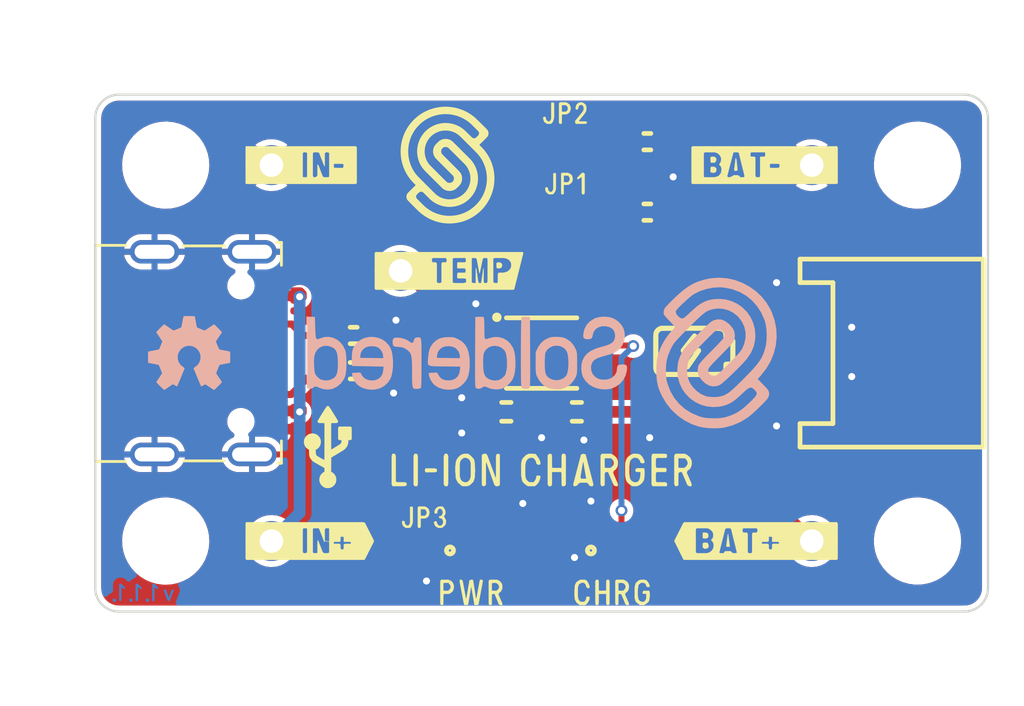
<source format=kicad_pcb>
(kicad_pcb (version 20210623) (generator pcbnew)
  (title_block (title "LI-ION charger") (date "2021-06-16") (rev "V1.1.1.") (company "SOLDERED") (comment 1 "333013"))
  (layers (0 "F.Cu" mixed) (31 "B.Cu" signal) (34 "B.Paste" user) (35 "F.Paste" user) (36 "B.SilkS" user "B.Silkscreen") (37 "F.SilkS" user "F.Silkscreen") (38 "B.Mask" user) (39 "F.Mask" user) (44 "Edge.Cuts" user))
  (net 0 "")
  (net 1 "VUSB")
  (net 2 "GND")
  (net 3 "VBAT")
  (net 4 "Net-(D1-Pad2)")
  (net 5 "PROG")
  (net 6 "Net-(JP1-Pad1)")
  (net 7 "Net-(JP2-Pad1)")
  (net 11 "Net-(K1-PadB5)")
  (net 15 "Net-(K1-PadA5)")
  (net 16 "TEMP")
  (net 17 "Net-(R5-Pad1)")
  (net 19 "Net-(D2-Pad1)")
  (net 20 "Net-(JP3-Pad2)")
  (footprint "e-radionica.com footprinti:HOLE_3.2mm" (layer "F.Cu") (at 86.1 114.1 -90)
    (fp_text reference "H2" hide)
    (fp_text value "HOLE_3.2mm" hide)
    (pad "" np_thru_hole circle locked (at 0 0 270) (size 3.2 3.2) (drill 3.2) (layers F&B.Cu *.Mask))
  )
  (footprint "Soldered Graphics:Logo-Back-OSH-3.5mm" (layer "F.Cu") (at 87.1 122.1)
    (fp_text reference "G***" hide)
    (fp_text value "LOGO" hide)
  )
  (footprint "e-radionica.com footprinti:0402R" (layer "F.Cu") (at 105.1 129.6 180)
    (fp_text reference "R5")
    (fp_text value "2k2")
    (pad "1" smd rect locked (at -0.5 0 270) (size 0.64 0.54) (layers "F.Cu" "F.Paste" "F.Mask") (net 17 "Net-(R5-Pad1)"))
    (pad "2" smd rect locked (at 0.5 0 270) (size 0.64 0.54) (layers "F.Cu" "F.Paste" "F.Mask") (net 4 "Net-(D1-Pad2)"))
  )
  (footprint "e-radionica.com footprinti:0402LED" (layer "F.Cu") (at 105.1 131.1 180)
    (fp_text reference "D1")
    (fp_text value "red")
    (pad "1" smd rect locked (at -0.55 0 270) (size 0.75 0.45) (layers "F.Cu" "F.Paste" "F.Mask") (net 1 "VUSB"))
    (pad "2" smd rect locked (at 0.55 0 270) (size 0.75 0.45) (layers "F.Cu" "F.Paste" "F.Mask") (net 4 "Net-(D1-Pad2)"))
  )
  (footprint "e-radionica.com footprinti:SMD-JUMPER-CONNECTED_TRACE_SLODERMASK" (layer "F.Cu") (at 97.1 130.35)
    (fp_text reference "JP3")
    (fp_text value "SMD-JUMPER-CONNECTED_TRACE_SLODERMASK")
    (fp_poly (pts (xy 0.1 0.1) (xy -0.1 0.1) (xy -0.1 -0.1) (xy 0.1 -0.1)) (layer "F.Cu") (width 0.1) (fill solid))
    (pad "1" smd rect locked (at -0.35 0) (size 0.5 1) (layers "F.Cu" "F.Mask") (net 1 "VUSB"))
    (pad "2" smd rect locked (at 0.35 0) (size 0.5 1) (layers "F.Cu" "F.Mask") (net 20 "Net-(JP3-Pad2)"))
  )
  (footprint "e-radionica.com footprinti:0603R" (layer "F.Cu") (at 106.6 113.1 180)
    (fp_text reference "R4")
    (fp_text value "2k49")
    (pad "1" smd rect locked (at -0.775 0 270) (size 1 0.64) (layers "F.Cu" "F.Paste" "F.Mask") (net 2 "GND"))
    (pad "2" smd rect locked (at 0.775 0 270) (size 1 0.64) (layers "F.Cu" "F.Paste" "F.Mask") (net 7 "Net-(JP2-Pad1)"))
  )
  (footprint "e-radionica.com footprinti:HOLE_3.2mm" (layer "F.Cu") (at 118.1 114.1 -90)
    (fp_text reference "H1" hide)
    (fp_text value "HOLE_3.2mm" hide)
    (pad "" np_thru_hole circle locked (at 0 0 270) (size 3.2 3.2) (drill 3.2) (layers F&B.Cu *.Mask))
  )
  (footprint "Soldered Graphics:Symbol-Front-USB" (layer "F.Cu") (at 93 126.1)
    (fp_text reference "G***" hide)
    (fp_text value "LOGO" hide)
  )
  (footprint "buzzardLabel" (layer "F.Cu") (at 115.1 130.1)
    (fp_text reference "" (at 0 0) (layer "F.SilkS") (effects (font (size 1.27 1.27))))
    (fp_text value "" (at 0 0) (layer "F.SilkS") (effects (font (size 1.27 1.27))))
  )
  (footprint "e-radionica.com footprinti:0402LED" (layer "F.Cu") (at 99.1 131.1 180)
    (fp_text reference "D2")
    (fp_text value "purple")
    (pad "1" smd rect locked (at -0.55 0 270) (size 0.75 0.45) (layers "F.Cu" "F.Paste" "F.Mask") (net 19 "Net-(D2-Pad1)"))
    (pad "2" smd rect locked (at 0.55 0 270) (size 0.75 0.45) (layers "F.Cu" "F.Paste" "F.Mask") (net 2 "GND"))
  )
  (footprint "buzzardLabel" (layer "F.Cu") (at 102.1 127.1)
    (fp_text reference "" (at 0 0) (layer "F.SilkS") (effects (font (size 1.27 1.27))))
    (fp_text value "" (at 0 0) (layer "F.SilkS") (effects (font (size 1.27 1.27))))
  )
  (footprint "buzzardLabel" (layer "F.Cu") (at 97.1 129.1)
    (fp_text reference "" (at 0 0) (layer "F.SilkS") (effects (font (size 1.27 1.27))))
    (fp_text value "" (at 0 0) (layer "F.SilkS") (effects (font (size 1.27 1.27))))
  )
  (footprint "buzzardLabel" (layer "F.Cu") (at 89.1 130.1)
    (fp_text reference "" (at 0 0) (layer "F.SilkS") (effects (font (size 1.27 1.27))))
    (fp_text value "" (at 0 0) (layer "F.SilkS") (effects (font (size 1.27 1.27))))
  )
  (footprint "buzzardLabel" (layer "F.Cu") (at 99.1 132.3)
    (fp_text reference "" (at 0 0) (layer "F.SilkS") (effects (font (size 1.27 1.27))))
    (fp_text value "" (at 0 0) (layer "F.SilkS") (effects (font (size 1.27 1.27))))
  )
  (footprint "e-radionica.com footprinti:HOLE_3.2mm" (layer "F.Cu") (at 118.1 130.1 -90)
    (fp_text reference "H3" hide)
    (fp_text value "HOLE_3.2mm" hide)
    (pad "" np_thru_hole circle locked (at 0 0 270) (size 3.2 3.2) (drill 3.2) (layers F&B.Cu *.Mask))
  )
  (footprint "e-radionica.com footprinti:0402R" (layer "F.Cu") (at 99.1 129.6)
    (fp_text reference "R6")
    (fp_text value "2k2")
    (pad "1" smd rect locked (at -0.5 0 90) (size 0.64 0.54) (layers "F.Cu" "F.Paste" "F.Mask") (net 20 "Net-(JP3-Pad2)"))
    (pad "2" smd rect locked (at 0.5 0 90) (size 0.64 0.54) (layers "F.Cu" "F.Paste" "F.Mask") (net 19 "Net-(D2-Pad1)"))
  )
  (footprint "e-radionica.com footprinti:JST-2pin-SMD" (layer "F.Cu") (at 116.1 122.1 -90)
    (fp_text reference "K7")
    (fp_text value "JST-2pin-SMD")
    (pad "" smd rect locked (at -3.3 -3.15 270) (size 1 3) (layers "F.Cu" "F.Paste" "F.Mask"))
    (pad "" smd rect locked (at 3.3 -3.15 270) (size 1 3) (layers "F.Cu" "F.Paste" "F.Mask"))
    (pad "1" smd rect locked (at 1 3.15 270) (size 1.1 2) (layers "F.Cu" "F.Paste" "F.Mask") (net 3 "VBAT"))
    (pad "2" smd rect locked (at -1 3.15 270) (size 1.1 2) (layers "F.Cu" "F.Paste" "F.Mask") (net 2 "GND"))
  )
  (footprint "buzzardLabel" (layer "F.Cu") (at 115.1 114.1)
    (fp_text reference "" (at 0 0) (layer "F.SilkS") (effects (font (size 1.27 1.27))))
    (fp_text value "" (at 0 0) (layer "F.SilkS") (effects (font (size 1.27 1.27))))
  )
  (footprint "e-radionica.com footprinti:HOLE_3.2mm" (layer "F.Cu") (at 86.1 130.1 -90)
    (fp_text reference "H4" hide)
    (fp_text value "HOLE_3.2mm" hide)
    (pad "" np_thru_hole circle locked (at 0 0 270) (size 3.2 3.2) (drill 3.2) (layers F&B.Cu *.Mask))
  )
  (footprint "Soldered Graphics:Logo-Back-SolderedFULL-20mm" (layer "F.Cu") (at 102.1 122.1)
    (fp_text reference "REF**" hide)
    (fp_text value "Logo-Front-SolderedFULL-20mm" hide)
  )
  (footprint "e-radionica.com footprinti:0603C" (layer "F.Cu") (at 103.6 124.6)
    (fp_text reference "C2")
    (fp_text value "2.2uF")
    (pad "1" smd rect locked (at -0.73 0) (size 0.66 1) (layers "F.Cu" "F.Paste" "F.Mask") (net 2 "GND"))
    (pad "2" smd rect locked (at 0.73 0) (size 0.66 1) (layers "F.Cu" "F.Paste" "F.Mask") (net 3 "VBAT"))
  )
  (footprint "buzzardLabel" (layer "F.Cu") (at 103.1 114.9)
    (fp_text reference "" (at 0 0) (layer "F.SilkS") (effects (font (size 1.27 1.27))))
    (fp_text value "" (at 0 0) (layer "F.SilkS") (effects (font (size 1.27 1.27))))
  )
  (footprint "e-radionica.com footprinti:SMD_JUMPER_CONNECTED" (layer "F.Cu") (at 103.1 113.1 180)
    (fp_text reference "JP2")
    (fp_text value "SMD-JUMPER-CONNECTED")
    (pad "1" smd rect locked (at -0.35 0 180) (size 0.5 1) (layers "F.Cu" "F.Paste" "F.Mask") (net 7 "Net-(JP2-Pad1)"))
    (pad "2" smd rect locked (at 0.35 0 180) (size 0.5 1) (layers "F.Cu" "F.Paste" "F.Mask") (net 5 "PROG"))
  )
  (footprint "buzzardLabel" (layer "F.Cu") (at 105.1 132.3)
    (fp_text reference "" (at 0 0) (layer "F.SilkS") (effects (font (size 1.27 1.27))))
    (fp_text value "" (at 0 0) (layer "F.SilkS") (effects (font (size 1.27 1.27))))
  )
  (footprint "e-radionica.com footprinti:0603C" (layer "F.Cu") (at 100.6 124.6 180)
    (fp_text reference "C1")
    (fp_text value "2.2uF")
    (pad "1" smd rect locked (at -0.73 0 180) (size 0.66 1) (layers "F.Cu" "F.Paste" "F.Mask") (net 2 "GND"))
    (pad "2" smd rect locked (at 0.73 0 180) (size 0.66 1) (layers "F.Cu" "F.Paste" "F.Mask") (net 1 "VUSB"))
  )
  (footprint "e-radionica.com footprinti:SMD_JUMPER" (layer "F.Cu") (at 103.1 116.1 180)
    (fp_text reference "JP1")
    (fp_text value "SMD_JUMPER")
    (pad "1" smd rect locked (at -0.35 0 180) (size 0.5 1) (layers "F.Cu" "F.Mask") (net 6 "Net-(JP1-Pad1)"))
    (pad "2" smd rect locked (at 0.35 0 180) (size 0.5 1) (layers "F.Cu" "F.Mask") (net 5 "PROG"))
  )
  (footprint "buzzardLabel" (layer "F.Cu") (at 89.1 114.1)
    (fp_text reference "" (at 0 0) (layer "F.SilkS") (effects (font (size 1.27 1.27))))
    (fp_text value "" (at 0 0) (layer "F.SilkS") (effects (font (size 1.27 1.27))))
  )
  (footprint "e-radionica.com footprinti:TP4056M-MSOP8" (layer "F.Cu") (at 102.1 122.1)
    (fp_text reference "U1")
    (fp_text value "TP4056M")
    (pad "1" smd rect locked (at -1.975 -0.975) (size 1.35 0.45) (layers "F.Cu" "F.Paste" "F.Mask") (net 16 "TEMP"))
    (pad "2" smd rect locked (at -1.975 -0.325) (size 1.35 0.45) (layers "F.Cu" "F.Paste" "F.Mask") (net 5 "PROG"))
    (pad "3" smd rect locked (at -1.975 0.325) (size 1.35 0.45) (layers "F.Cu" "F.Paste" "F.Mask") (net 2 "GND"))
    (pad "4" smd rect locked (at -1.975 0.975) (size 1.35 0.45) (layers "F.Cu" "F.Paste" "F.Mask") (net 1 "VUSB"))
    (pad "5" smd rect locked (at 1.975 0.975) (size 1.35 0.45) (layers "F.Cu" "F.Paste" "F.Mask") (net 3 "VBAT"))
    (pad "6" smd rect locked (at 1.975 0.325) (size 1.35 0.45) (layers "F.Cu" "F.Paste" "F.Mask"))
    (pad "7" smd rect locked (at 1.975 -0.325) (size 1.35 0.45) (layers "F.Cu" "F.Paste" "F.Mask") (net 17 "Net-(R5-Pad1)"))
    (pad "8" smd rect locked (at 1.975 -0.975) (size 1.35 0.45) (layers "F.Cu" "F.Paste" "F.Mask") (net 1 "VUSB"))
  )
  (footprint "e-radionica.com footprinti:0603R" (layer "F.Cu") (at 106.6 116.1 180)
    (fp_text reference "R3")
    (fp_text value "4.7k")
    (pad "1" smd rect locked (at -0.775 0 270) (size 1 0.64) (layers "F.Cu" "F.Paste" "F.Mask") (net 2 "GND"))
    (pad "2" smd rect locked (at 0.775 0 270) (size 1 0.64) (layers "F.Cu" "F.Paste" "F.Mask") (net 6 "Net-(JP1-Pad1)"))
  )
  (footprint "e-radionica.com footprinti:U262-161N-4BVC11" (layer "F.Cu") (at 88.1 122.1 -90)
    (fp_text reference "K1")
    (fp_text value "U262-161N-4BVC11")
    (pad "" np_thru_hole circle locked (at -2.862 -1.2 270) (size 0.65 0.65) (drill 0.65) (layers F&B.Cu *.Mask))
    (pad "" np_thru_hole circle locked (at 2.913 -1.2 270) (size 0.65 0.65) (drill 0.65) (layers F&B.Cu *.Mask))
    (pad "A1" smd rect locked (at -3.337 -2.475 270) (size 0.3 1.15) (layers "F.Cu" "F.Paste" "F.Mask") (net 2 "GND"))
    (pad "A4" smd rect locked (at -2.537 -2.475 270) (size 0.3 1.15) (layers "F.Cu" "F.Paste" "F.Mask") (net 1 "VUSB"))
    (pad "A5" smd rect locked (at -1.237 -2.475 270) (size 0.3 1.15) (layers "F.Cu" "F.Paste" "F.Mask") (net 15 "Net-(K1-PadA5)"))
    (pad "A6" smd rect locked (at -0.237 -2.475 270) (size 0.3 1.15) (layers "F.Cu" "F.Paste" "F.Mask"))
    (pad "A7" smd rect locked (at 0.263 -2.475 270) (size 0.3 1.15) (layers "F.Cu" "F.Paste" "F.Mask"))
    (pad "A8" smd rect locked (at 1.263 -2.475 270) (size 0.3 1.15) (layers "F.Cu" "F.Paste" "F.Mask"))
    (pad "A9" smd rect locked (at 2.563 -2.475 270) (size 0.3 1.15) (layers "F.Cu" "F.Paste" "F.Mask") (net 1 "VUSB"))
    (pad "A12" smd rect locked (at 3.338 -2.475 270) (size 0.3 1.15) (layers "F.Cu" "F.Paste" "F.Mask") (net 2 "GND"))
    (pad "B1" smd rect locked (at 3.138 -2.475 270) (size 0.3 1.15) (layers "F.Cu" "F.Paste" "F.Mask") (net 2 "GND"))
    (pad "B4" smd rect locked (at 2.363 -2.475 270) (size 0.3 1.15) (layers "F.Cu" "F.Paste" "F.Mask") (net 1 "VUSB"))
    (pad "B5" smd rect locked (at 1.763 -2.475 270) (size 0.3 1.15) (layers "F.Cu" "F.Paste" "F.Mask") (net 11 "Net-(K1-PadB5)"))
    (pad "B6" smd rect locked (at 0.763 -2.475 270) (size 0.3 1.15) (layers "F.Cu" "F.Paste" "F.Mask"))
    (pad "B7" smd rect locked (at -0.737 -2.475 270) (size 0.3 1.15) (layers "F.Cu" "F.Paste" "F.Mask"))
    (pad "B8" smd rect locked (at -1.737 -2.475 270) (size 0.3 1.15) (layers "F.Cu" "F.Paste" "F.Mask"))
    (pad "B9" smd rect locked (at -2.337 -2.475 270) (size 0.3 1.15) (layers "F.Cu" "F.Paste" "F.Mask") (net 1 "VUSB"))
    (pad "B12" smd rect locked (at -3.112 -2.475 270) (size 0.3 1.15) (layers "F.Cu" "F.Paste" "F.Mask") (net 2 "GND"))
    (pad "SH" thru_hole oval locked (at -4.312 2.475 270) (size 1 2.1) (drill oval 0.6 1.7) (layers *.Cu *.Mask) (net 2 "GND"))
    (pad "SH" thru_hole oval locked (at 4.313 -1.675 270) (size 1 2.1) (drill oval 0.6 1.7) (layers *.Cu *.Mask) (net 2 "GND"))
    (pad "SH" thru_hole oval locked (at 4.313 2.475 270) (size 1 2.1) (drill oval 0.6 1.7) (layers *.Cu *.Mask) (net 2 "GND"))
    (pad "SH" thru_hole oval locked (at -4.312 -1.675 270) (size 1 2.1) (drill oval 0.6 1.7) (layers *.Cu *.Mask) (net 2 "GND"))
  )
  (footprint "Soldered Graphics:Logo-Front-Soldered-5mm" (layer "F.Cu") (at 98.1 114.1)
    (fp_text reference "G***" hide)
    (fp_text value "LOGO" hide)
  )
  (footprint "e-radionica.com footprinti:FIDUCIAL_23" (layer "F.Cu") (at 85.6 122.1 -90)
    (fp_text reference "FD1")
    (fp_text value "FIDUCIAL")
    (fp_circle (center 0 0) (end 1 0) (layer "F.Cu") (width 0.2) (fill none))
    (pad "1" smd circle (at 0 0 270) (size 1 1) (layers "F.Cu" "F.Paste" "F.Mask") (clearance 1.1))
  )
  (footprint "buzzardLabel" (layer "F.Cu") (at 94.6 118.6)
    (fp_text reference "" (at 0 0) (layer "F.SilkS") (effects (font (size 1.27 1.27))))
    (fp_text value "" (at 0 0) (layer "F.SilkS") (effects (font (size 1.27 1.27))))
  )
  (footprint "e-radionica.com footprinti:0603R" (layer "F.Cu") (at 94.1 122.85)
    (fp_text reference "R1")
    (fp_text value "5.1k")
    (pad "1" smd rect locked (at -0.775 0 90) (size 1 0.64) (layers "F.Cu" "F.Paste" "F.Mask") (net 11 "Net-(K1-PadB5)"))
    (pad "2" smd rect locked (at 0.775 0 90) (size 1 0.64) (layers "F.Cu" "F.Paste" "F.Mask") (net 2 "GND"))
  )
  (footprint "Soldered Graphics:Symbol-Front-Battery" (layer "F.Cu") (at 108.6 122.1)
    (fp_text reference "G***" hide)
    (fp_text value "LOGO" hide)
  )
  (footprint "e-radionica.com footprinti:0603R" (layer "F.Cu") (at 94.1 121.35)
    (fp_text reference "R2")
    (fp_text value "5.1k")
    (pad "1" smd rect locked (at -0.775 0 90) (size 1 0.64) (layers "F.Cu" "F.Paste" "F.Mask") (net 15 "Net-(K1-PadA5)"))
    (pad "2" smd rect locked (at 0.775 0 90) (size 1 0.64) (layers "F.Cu" "F.Paste" "F.Mask") (net 2 "GND"))
  )
  (footprint "buzzardLabel" (layer "F.Cu") (at 103.1 111.9)
    (fp_text reference "" (at 0 0) (layer "F.SilkS") (effects (font (size 1.27 1.27))))
    (fp_text value "" (at 0 0) (layer "F.SilkS") (effects (font (size 1.27 1.27))))
  )
  (footprint "e-radionica.com footprinti:HEADER_MALE_1X1" (layer "F.Cu") (at 96.1 118.6 -90)
    (fp_text reference "K4")
    (fp_text value "HEADER_MALE_1X1")
    (pad "1" thru_hole circle locked (at 0 0 270) (size 1.7 1.7) (drill 1) (layers *.Cu *.Mask) (net 16 "TEMP"))
  )
  (footprint "e-radionica.com footprinti:HEADER_MALE_1X1" (layer "B.Cu") (at 90.6 130.1 90)
    (fp_text reference "K2")
    (fp_text value "HEADER_MALE_1X1")
    (pad "1" thru_hole circle locked (at 0 0 90) (size 1.7 1.7) (drill 1) (layers *.Cu *.Mask) (net 1 "VUSB"))
  )
  (footprint "e-radionica.com footprinti:HEADER_MALE_1X1" (layer "B.Cu") (at 90.6 114.1 90)
    (fp_text reference "K3")
    (fp_text value "HEADER_MALE_1X1")
    (pad "1" thru_hole circle locked (at 0 0 90) (size 1.7 1.7) (drill 1) (layers *.Cu *.Mask) (net 2 "GND"))
  )
  (footprint "Soldered Graphics:Version1.1.1." (layer "B.Cu") (at 85.1 132.3 180)
    (fp_text reference "REF**" hide)
    (fp_text value "Version1.1.1." hide)
    (fp_poly (pts (xy 1.14 -0.38) (xy 1.19 -0.38) (xy 1.24 -0.37) (xy 1.25 -0.33) (xy 1.25 -0.27) (xy 1.2 -0.26) (xy 1.15 -0.26) (xy 1.12 -0.29) (xy 1.12 -0.34) (xy 1.14 -0.38)) (layer "B.Cu") (width 0.01) (fill solid))
    (fp_poly (pts (xy -0.5 -0.35) (xy -0.44 -0.35) (xy -0.43 -0.31) (xy -0.43 0.35) (xy -0.46 0.38) (xy -0.52 0.38) (xy -0.55 0.34) (xy -0.67 0.22) (xy -0.68 0.17) (xy -0.65 0.16) (xy -0.56 0.22) (xy -0.52 0.23) (xy -0.52 -0.31) (xy -0.5 -0.35)) (layer "B.Cu") (width 0.01) (fill solid))
    (fp_poly (pts (xy -0.27 -0.38) (xy -0.22 -0.38) (xy -0.17 -0.37) (xy -0.16 -0.33) (xy -0.16 -0.27) (xy -0.21 -0.26) (xy -0.26 -0.26) (xy -0.29 -0.29) (xy -0.29 -0.34) (xy -0.27 -0.38)) (layer "B.Cu") (width 0.01) (fill solid))
    (fp_poly (pts (xy 0.91 -0.35) (xy 0.96 -0.35) (xy 0.98 -0.31) (xy 0.98 0.35) (xy 0.95 0.38) (xy 0.89 0.38) (xy 0.86 0.34) (xy 0.74 0.22) (xy 0.73 0.17) (xy 0.76 0.16) (xy 0.85 0.22) (xy 0.89 0.23) (xy 0.89 -0.31) (xy 0.91 -0.35)) (layer "B.Cu") (width 0.01) (fill solid))
    (fp_poly (pts (xy -1.15 -0.35) (xy -1.1 -0.35) (xy -1.07 -0.31) (xy -0.92 0.1) (xy -0.94 0.13) (xy -0.99 0.13) (xy -1.02 0.1) (xy -1.11 -0.16) (xy -1.13 -0.21) (xy -1.15 -0.17) (xy -1.24 0.09) (xy -1.26 0.13) (xy -1.32 0.13) (xy -1.34 0.1) (xy -1.18 -0.31) (xy -1.15 -0.35)) (layer "B.Cu") (width 0.01) (fill solid))
    (fp_poly (pts (xy 0.43 -0.38) (xy 0.48 -0.38) (xy 0.54 -0.37) (xy 0.54 -0.33) (xy 0.54 -0.27) (xy 0.5 -0.26) (xy 0.45 -0.26) (xy 0.42 -0.29) (xy 0.42 -0.34) (xy 0.43 -0.38)) (layer "B.Cu") (width 0.01) (fill solid))
    (fp_poly (pts (xy 0.21 -0.35) (xy 0.26 -0.35) (xy 0.28 -0.31) (xy 0.28 0.35) (xy 0.24 0.38) (xy 0.19 0.38) (xy 0.15 0.34) (xy 0.04 0.22) (xy 0.02 0.17) (xy 0.05 0.16) (xy 0.14 0.22) (xy 0.18 0.23) (xy 0.18 -0.31) (xy 0.21 -0.35)) (layer "B.Cu") (width 0.01) (fill solid))
  )
  (footprint "e-radionica.com footprinti:HEADER_MALE_1X1" (layer "B.Cu") (at 113.6 114.1 90)
    (fp_text reference "K6")
    (fp_text value "HEADER_MALE_1X1")
    (pad "1" thru_hole circle locked (at 0 0 90) (size 1.7 1.7) (drill 1) (layers *.Cu *.Mask) (net 2 "GND"))
  )
  (footprint "e-radionica.com footprinti:HEADER_MALE_1X1" (layer "B.Cu") (at 113.6 130.1 90)
    (fp_text reference "K5")
    (fp_text value "HEADER_MALE_1X1")
    (pad "1" thru_hole circle locked (at 0 0 90) (size 1.7 1.7) (drill 1) (layers *.Cu *.Mask) (net 3 "VBAT"))
  )
  (gr_arc (start 120.1 132.1) (end 120.1 133.1) (angle -90) (layer "Edge.Cuts") (width 0.1))
  (gr_line (start 84.1 111.1) (end 120.1 111.1) (layer "Edge.Cuts") (width 0.1))
  (gr_line (start 120.1 133.1) (end 84.1 133.1) (layer "Edge.Cuts") (width 0.1))
  (gr_arc (start 84.1 132.1) (end 83.1 132.1) (angle -90) (layer "Edge.Cuts") (width 0.1))
  (gr_line (start 121.1 112.1) (end 121.1 132.1) (layer "Edge.Cuts") (width 0.1))
  (gr_arc (start 84.1 112.1) (end 83.1 112.1) (angle 90) (layer "Edge.Cuts") (width 0.1))
  (gr_arc (start 120.1 112.1) (end 121.1 112.1) (angle -90) (layer "Edge.Cuts") (width 0.1))
  (gr_line (start 83.1 132.1) (end 83.1 112.1) (layer "Edge.Cuts") (width 0.1))
  (segment (start 99.87 123.33) (end 100.125 123.075) (width 0.5) (layer "F.Cu") (net 1))
  (segment (start 90.6 130.1) (end 95.2 130.1) (width 0.5) (layer "F.Cu") (net 1))
  (segment (start 105.65 131.85) (end 105.3 132.2) (width 0.254) (layer "F.Cu") (net 1))
  (segment (start 104.075 121.125) (end 103.375 121.125) (width 0.3) (layer "F.Cu") (net 1))
  (segment (start 96.5 130.1) (end 95.2 130.1) (width 0.25) (layer "F.Cu") (net 1))
  (segment (start 99.87 124.6) (end 99.87 123.33) (width 0.5) (layer "F.Cu") (net 1))
  (segment (start 95.2 130.1) (end 99.87 125.43) (width 0.5) (layer "F.Cu") (net 1))
  (segment (start 96.75 130.35) (end 96.5 130.1) (width 0.25) (layer "F.Cu") (net 1))
  (segment (start 103.7 132.2) (end 100.05 128.55) (width 0.254) (layer "F.Cu") (net 1))
  (segment (start 99.87 125.43) (end 99.87 124.6) (width 0.5) (layer "F.Cu") (net 1))
  (segment (start 100.05 128.55) (end 96.75 128.55) (width 0.254) (layer "F.Cu") (net 1))
  (segment (start 105.3 132.2) (end 103.7 132.2) (width 0.254) (layer "F.Cu") (net 1))
  (segment (start 103.375 121.125) (end 101.425 123.075) (width 0.3) (layer "F.Cu") (net 1))
  (segment (start 105.65 131.1) (end 105.65 131.85) (width 0.254) (layer "F.Cu") (net 1))
  (segment (start 101.425 123.075) (end 100.125 123.075) (width 0.3) (layer "F.Cu") (net 1))
  (via (at 91.8 124.6) (size 0.5) (drill 0.3) (layers "F.Cu" "B.Cu") (net 1))
  (via (at 91.8 119.7) (size 0.5) (drill 0.3) (layers "F.Cu" "B.Cu") (net 1))
  (segment (start 91.8 119.7) (end 91.8 128.9) (width 0.5) (layer "B.Cu") (net 1))
  (segment (start 91.8 128.9) (end 90.6 130.1) (width 0.5) (layer "B.Cu") (net 1))
  (via (at 95.9 120.7) (size 0.5) (drill 0.3) (layers "F.Cu" "B.Cu") (net 2))
  (via (at 107.7 114.6) (size 0.5) (drill 0.3) (layers "F.Cu" "B.Cu") (net 2))
  (via (at 104.2 128.4) (size 0.5) (drill 0.3) (layers "F.Cu" "B.Cu") (net 2))
  (via (at 112.1 125.2) (size 0.5) (drill 0.3) (layers "F.Cu" "B.Cu") (net 2))
  (via (at 103.5 130.8) (size 0.5) (drill 0.3) (layers "F.Cu" "B.Cu") (net 2))
  (via (at 112.1 119.1) (size 0.5) (drill 0.3) (layers "F.Cu" "B.Cu") (net 2))
  (via (at 106.7 125.7) (size 0.5) (drill 0.3) (layers "F.Cu" "B.Cu") (net 2))
  (via (at 101.3 128.5) (size 0.5) (drill 0.3) (layers "F.Cu" "B.Cu") (net 2))
  (via (at 115.3 123.1) (size 0.5) (drill 0.3) (layers "F.Cu" "B.Cu") (net 2))
  (via (at 115.3 121) (size 0.5) (drill 0.3) (layers "F.Cu" "B.Cu") (net 2))
  (via (at 102.1 125.7) (size 0.5) (drill 0.3) (layers "F.Cu" "B.Cu") (net 2))
  (via (at 99.3 120) (size 0.5) (drill 0.3) (layers "F.Cu" "B.Cu") (net 2))
  (via (at 103.9 125.8) (size 0.5) (drill 0.3) (layers "F.Cu" "B.Cu") (net 2))
  (via (at 95.8 123.8) (size 0.5) (drill 0.3) (layers "F.Cu" "B.Cu") (net 2))
  (via (at 98.7 124) (size 0.5) (drill 0.3) (layers "F.Cu" "B.Cu") (net 2))
  (via (at 98.7 125.5) (size 0.5) (drill 0.3) (layers "F.Cu" "B.Cu") (net 2))
  (via (at 97.2 131.8) (size 0.5) (drill 0.3) (layers "F.Cu" "B.Cu") (net 2))
  (segment (start 108 124.6) (end 109.8 124.6) (width 0.5) (layer "F.Cu") (net 3))
  (segment (start 104.33 123.33) (end 104.33 124.6) (width 0.5) (layer "F.Cu") (net 3))
  (segment (start 113.6 130.1) (end 108.1 124.6) (width 0.5) (layer "F.Cu") (net 3))
  (segment (start 109.8 124.6) (end 111.3 123.1) (width 0.5) (layer "F.Cu") (net 3))
  (segment (start 104.33 124.6) (end 108 124.6) (width 0.5) (layer "F.Cu") (net 3))
  (segment (start 111.3 123.1) (end 112.95 123.1) (width 0.5) (layer "F.Cu") (net 3))
  (segment (start 104.075 123.075) (end 104.33 123.33) (width 0.5) (layer "F.Cu") (net 3))
  (segment (start 108.1 124.6) (end 108 124.6) (width 0.5) (layer "F.Cu") (net 3))
  (segment (start 104.6 129.6) (end 104.6 131.05) (width 0.3) (layer "F.Cu") (net 4))
  (segment (start 104.6 131.05) (end 104.55 131.1) (width 0.3) (layer "F.Cu") (net 4))
  (segment (start 102.75 119.85) (end 102.75 116.1) (width 0.254) (layer "F.Cu") (net 5))
  (segment (start 100.125 121.775) (end 100.825 121.775) (width 0.254) (layer "F.Cu") (net 5))
  (segment (start 102.75 113.1) (end 102.75 116.1) (width 0.254) (layer "F.Cu") (net 5))
  (segment (start 100.825 121.775) (end 102.75 119.85) (width 0.254) (layer "F.Cu") (net 5))
  (segment (start 103.45 116.1) (end 105.825 116.1) (width 0.254) (layer "F.Cu") (net 6))
  (segment (start 103.45 113.1) (end 105.825 113.1) (width 0.254) (layer "F.Cu") (net 7))
  (segment (start 91.437 123.863) (end 92.45 122.85) (width 0.3) (layer "F.Cu") (net 11))
  (segment (start 92.45 122.85) (end 93.325 122.85) (width 0.3) (layer "F.Cu") (net 11))
  (segment (start 90.575 123.863) (end 91.437 123.863) (width 0.3) (layer "F.Cu") (net 11))
  (segment (start 90.575 120.863) (end 91.463 120.863) (width 0.3) (layer "F.Cu") (net 15))
  (segment (start 91.95 121.35) (end 93.325 121.35) (width 0.3) (layer "F.Cu") (net 15))
  (segment (start 91.463 120.863) (end 91.95 121.35) (width 0.3) (layer "F.Cu") (net 15))
  (segment (start 98.625 121.125) (end 100.125 121.125) (width 0.254) (layer "F.Cu") (net 16))
  (segment (start 96.1 118.6) (end 98.625 121.125) (width 0.254) (layer "F.Cu") (net 16))
  (segment (start 106 121.8) (end 105.975 121.775) (width 0.254) (layer "F.Cu") (net 17))
  (segment (start 105.975 121.775) (end 104.075 121.775) (width 0.254) (layer "F.Cu") (net 17))
  (segment (start 105.5 129.5) (end 105.6 129.6) (width 0.254) (layer "F.Cu") (net 17))
  (segment (start 105.5 128.8) (end 105.5 129.5) (width 0.254) (layer "F.Cu") (net 17))
  (via (at 106 121.8) (size 0.5) (drill 0.3) (layers "F.Cu" "B.Cu") (net 17))
  (via (at 105.5 128.8) (size 0.5) (drill 0.3) (layers "F.Cu" "B.Cu") (net 17))
  (segment (start 105.5 122.3) (end 105.5 128.8) (width 0.254) (layer "B.Cu") (net 17))
  (segment (start 106 121.8) (end 105.5 122.3) (width 0.254) (layer "B.Cu") (net 17))
  (segment (start 99.6 129.6) (end 99.6 131.05) (width 0.3) (layer "F.Cu") (net 19))
  (segment (start 99.6 131.05) (end 99.65 131.1) (width 0.3) (layer "F.Cu") (net 19))
  (segment (start 98.6 129.6) (end 98.2 129.6) (width 0.25) (layer "F.Cu") (net 20))
  (segment (start 98.2 129.6) (end 97.45 130.35) (width 0.25) (layer "F.Cu") (net 20))
  (zone (net 1) (net_name "VUSB") (layer "F.Cu") (connect_pads (clearance 0.254)) (min_thickness 0.254) (fill yes (thermal_gap 0.254) (thermal_bridge_width 0.254))
    (polygon (pts (xy 91.9 124.9) (xy 90 124.9) (xy 90 124.2) (xy 91.9 124.2) (xy 92.1 124.4) (xy 92.1 124.7)))
  )
  (zone (net 1) (net_name "VUSB") (layer "F.Cu") (connect_pads (clearance 0.254)) (min_thickness 0.254) (fill yes (thermal_gap 0.254) (thermal_bridge_width 0.254))
    (polygon (pts (xy 91.9 120) (xy 90 120) (xy 90 119.3) (xy 91.9 119.3) (xy 92.1 119.5) (xy 92.1 119.8)))
  )
  (zone (net 2) (net_name "GND") (layers F&B.Cu) (connect_pads (clearance 0.254)) (min_thickness 0.254) (fill yes (thermal_gap 0.254) (thermal_bridge_width 0.254))
    (polygon (pts (xy 83.1 133.1) (xy 83.1 111.1) (xy 121.1 111.1) (xy 121.1 133.1)))
  )
)
</source>
